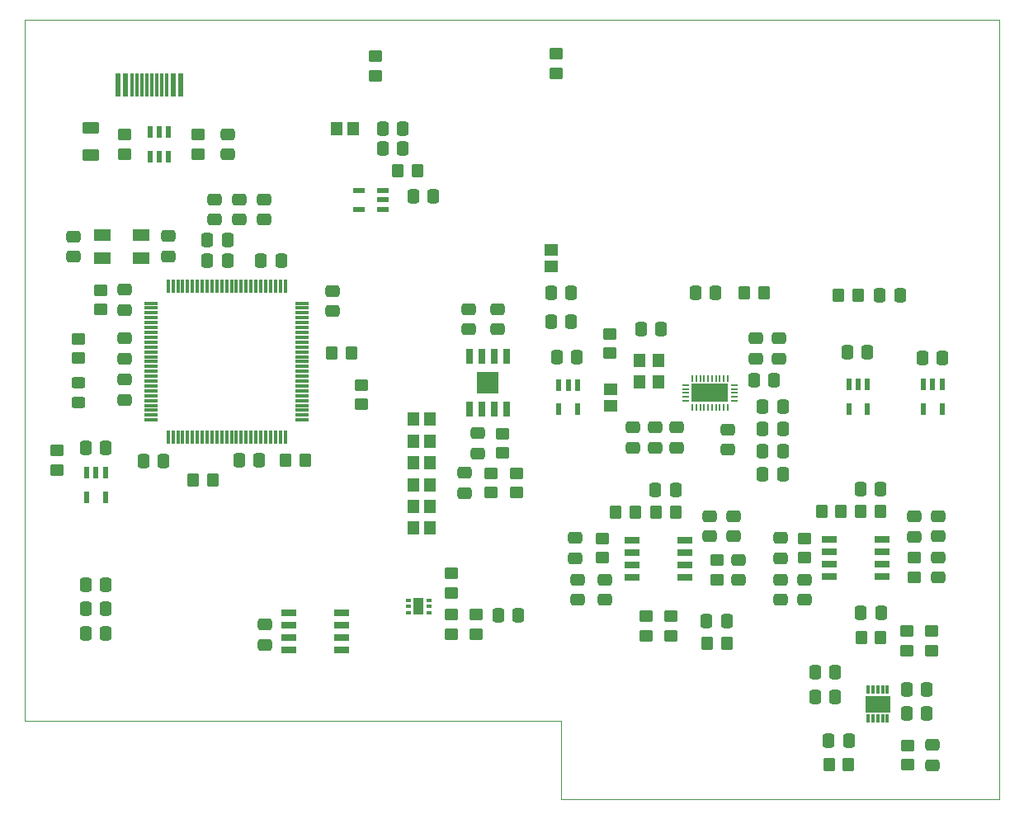
<source format=gtp>
%TF.GenerationSoftware,KiCad,Pcbnew,(6.0.0)*%
%TF.CreationDate,2022-05-19T20:01:10-07:00*%
%TF.ProjectId,steDAC,73746544-4143-42e6-9b69-6361645f7063,rev?*%
%TF.SameCoordinates,Original*%
%TF.FileFunction,Paste,Top*%
%TF.FilePolarity,Positive*%
%FSLAX46Y46*%
G04 Gerber Fmt 4.6, Leading zero omitted, Abs format (unit mm)*
G04 Created by KiCad (PCBNEW (6.0.0)) date 2022-05-19 20:01:10*
%MOMM*%
%LPD*%
G01*
G04 APERTURE LIST*
G04 Aperture macros list*
%AMRoundRect*
0 Rectangle with rounded corners*
0 $1 Rounding radius*
0 $2 $3 $4 $5 $6 $7 $8 $9 X,Y pos of 4 corners*
0 Add a 4 corners polygon primitive as box body*
4,1,4,$2,$3,$4,$5,$6,$7,$8,$9,$2,$3,0*
0 Add four circle primitives for the rounded corners*
1,1,$1+$1,$2,$3*
1,1,$1+$1,$4,$5*
1,1,$1+$1,$6,$7*
1,1,$1+$1,$8,$9*
0 Add four rect primitives between the rounded corners*
20,1,$1+$1,$2,$3,$4,$5,0*
20,1,$1+$1,$4,$5,$6,$7,0*
20,1,$1+$1,$6,$7,$8,$9,0*
20,1,$1+$1,$8,$9,$2,$3,0*%
G04 Aperture macros list end*
%TA.AperFunction,Profile*%
%ADD10C,0.100000*%
%TD*%
%ADD11RoundRect,0.250000X0.337500X0.475000X-0.337500X0.475000X-0.337500X-0.475000X0.337500X-0.475000X0*%
%ADD12RoundRect,0.250000X-0.350000X-0.450000X0.350000X-0.450000X0.350000X0.450000X-0.350000X0.450000X0*%
%ADD13RoundRect,0.250000X-0.475000X0.337500X-0.475000X-0.337500X0.475000X-0.337500X0.475000X0.337500X0*%
%ADD14R,0.600000X0.350000*%
%ADD15R,1.100000X1.700000*%
%ADD16RoundRect,0.250000X0.350000X0.450000X-0.350000X0.450000X-0.350000X-0.450000X0.350000X-0.450000X0*%
%ADD17RoundRect,0.250000X-0.450000X0.350000X-0.450000X-0.350000X0.450000X-0.350000X0.450000X0.350000X0*%
%ADD18R,1.800000X1.200000*%
%ADD19RoundRect,0.250000X-0.337500X-0.475000X0.337500X-0.475000X0.337500X0.475000X-0.337500X0.475000X0*%
%ADD20RoundRect,0.250000X0.450000X-0.350000X0.450000X0.350000X-0.450000X0.350000X-0.450000X-0.350000X0*%
%ADD21R,1.200000X1.400000*%
%ADD22RoundRect,0.250000X0.475000X-0.337500X0.475000X0.337500X-0.475000X0.337500X-0.475000X-0.337500X0*%
%ADD23R,1.528000X0.650000*%
%ADD24R,0.600000X1.150000*%
%ADD25R,1.526000X0.650000*%
%ADD26R,1.400000X1.200000*%
%ADD27R,1.475000X0.300000*%
%ADD28R,0.300000X1.475000*%
%ADD29R,0.600000X2.450000*%
%ADD30R,0.300000X2.450000*%
%ADD31RoundRect,0.250000X0.450000X-0.325000X0.450000X0.325000X-0.450000X0.325000X-0.450000X-0.325000X0*%
%ADD32R,1.150000X0.600000*%
%ADD33R,0.200000X0.750000*%
%ADD34R,0.750000X0.200000*%
%ADD35R,3.850000X1.850000*%
%ADD36R,0.650000X1.525000*%
%ADD37R,2.290000X2.290000*%
%ADD38RoundRect,0.250000X-0.625000X0.375000X-0.625000X-0.375000X0.625000X-0.375000X0.625000X0.375000X0*%
%ADD39R,0.300000X0.850000*%
%ADD40R,2.500000X1.750000*%
G04 APERTURE END LIST*
D10*
X87912500Y-54650000D02*
X87912500Y-126650000D01*
X142912500Y-134650000D02*
X187912500Y-134650000D01*
X187912500Y-134650000D02*
X187912500Y-124650000D01*
X187912500Y-124650000D02*
X187912500Y-54650000D01*
X142912500Y-126650000D02*
X87912500Y-126650000D01*
X142912500Y-134650000D02*
X142912500Y-126650000D01*
X187912500Y-54650000D02*
X87912500Y-54650000D01*
D11*
X174350000Y-88750000D03*
X172275000Y-88750000D03*
D12*
X171412500Y-82900000D03*
X173412500Y-82900000D03*
D11*
X158800000Y-82700000D03*
X156725000Y-82700000D03*
D13*
X144412500Y-107862500D03*
X144412500Y-109937500D03*
D14*
X129350000Y-115525000D03*
X129350000Y-114875000D03*
X129350000Y-114225000D03*
X127250000Y-114225000D03*
X127250000Y-114875000D03*
X127250000Y-115525000D03*
D15*
X128300000Y-114875000D03*
D11*
X154700000Y-102900000D03*
X152625000Y-102900000D03*
D13*
X160012500Y-96712500D03*
X160012500Y-98787500D03*
D16*
X150562500Y-105200000D03*
X148562500Y-105200000D03*
D17*
X147162500Y-107900000D03*
X147162500Y-109900000D03*
D16*
X154662500Y-105200000D03*
X152662500Y-105200000D03*
D18*
X99862500Y-76750000D03*
X95862500Y-76750000D03*
X95862500Y-79150000D03*
X99862500Y-79150000D03*
D19*
X163625000Y-94400000D03*
X165700000Y-94400000D03*
D20*
X158912500Y-112150000D03*
X158912500Y-110150000D03*
X142412500Y-60150000D03*
X142412500Y-58150000D03*
D17*
X138400000Y-101200000D03*
X138400000Y-103200000D03*
D21*
X127812500Y-95650000D03*
X129512500Y-95650000D03*
D22*
X133000000Y-103237500D03*
X133000000Y-101162500D03*
D13*
X158162500Y-105612500D03*
X158162500Y-107687500D03*
D23*
X150240500Y-108050000D03*
X150240500Y-109320000D03*
X150240500Y-110590000D03*
X150240500Y-111860000D03*
X155662500Y-111860000D03*
X155662500Y-110590000D03*
X155662500Y-109320000D03*
X155662500Y-108050000D03*
D22*
X181012500Y-131187500D03*
X181012500Y-129112500D03*
D16*
X171662500Y-105150000D03*
X169662500Y-105150000D03*
D21*
X127812500Y-102400000D03*
X129512500Y-102400000D03*
D22*
X181662500Y-111937500D03*
X181662500Y-109862500D03*
D20*
X154162500Y-117900000D03*
X154162500Y-115900000D03*
D21*
X127812500Y-97900000D03*
X129512500Y-97900000D03*
D24*
X182012500Y-92100000D03*
X181062500Y-92100000D03*
X180112500Y-92100000D03*
X180112500Y-94600000D03*
X182012500Y-94600000D03*
D20*
X179162500Y-111900000D03*
X179162500Y-109900000D03*
D25*
X120374500Y-119305000D03*
X120374500Y-118035000D03*
X120374500Y-116765000D03*
X120374500Y-115495000D03*
X114950500Y-115495000D03*
X114950500Y-116765000D03*
X114950500Y-118035000D03*
X114950500Y-119305000D03*
D21*
X127812500Y-106850000D03*
X129512500Y-106850000D03*
D22*
X98162500Y-93687500D03*
X98162500Y-91612500D03*
D26*
X148012500Y-92550000D03*
X148012500Y-94250000D03*
D13*
X181662500Y-105612500D03*
X181662500Y-107687500D03*
X152562500Y-96512500D03*
X152562500Y-98587500D03*
D22*
X112550000Y-118837500D03*
X112550000Y-116762500D03*
D27*
X100874500Y-83750000D03*
X100874500Y-84250000D03*
X100874500Y-84750000D03*
X100874500Y-85250000D03*
X100874500Y-85750000D03*
X100874500Y-86250000D03*
X100874500Y-86750000D03*
X100874500Y-87250000D03*
X100874500Y-87750000D03*
X100874500Y-88250000D03*
X100874500Y-88750000D03*
X100874500Y-89250000D03*
X100874500Y-89750000D03*
X100874500Y-90250000D03*
X100874500Y-90750000D03*
X100874500Y-91250000D03*
X100874500Y-91750000D03*
X100874500Y-92250000D03*
X100874500Y-92750000D03*
X100874500Y-93250000D03*
X100874500Y-93750000D03*
X100874500Y-94250000D03*
X100874500Y-94750000D03*
X100874500Y-95250000D03*
X100874500Y-95750000D03*
D28*
X102612500Y-97488000D03*
X103112500Y-97488000D03*
X103612500Y-97488000D03*
X104112500Y-97488000D03*
X104612500Y-97488000D03*
X105112500Y-97488000D03*
X105612500Y-97488000D03*
X106112500Y-97488000D03*
X106612500Y-97488000D03*
X107112500Y-97488000D03*
X107612500Y-97488000D03*
X108112500Y-97488000D03*
X108612500Y-97488000D03*
X109112500Y-97488000D03*
X109612500Y-97488000D03*
X110112500Y-97488000D03*
X110612500Y-97488000D03*
X111112500Y-97488000D03*
X111612500Y-97488000D03*
X112112500Y-97488000D03*
X112612500Y-97488000D03*
X113112500Y-97488000D03*
X113612500Y-97488000D03*
X114112500Y-97488000D03*
X114612500Y-97488000D03*
D27*
X116350500Y-95750000D03*
X116350500Y-95250000D03*
X116350500Y-94750000D03*
X116350500Y-94250000D03*
X116350500Y-93750000D03*
X116350500Y-93250000D03*
X116350500Y-92750000D03*
X116350500Y-92250000D03*
X116350500Y-91750000D03*
X116350500Y-91250000D03*
X116350500Y-90750000D03*
X116350500Y-90250000D03*
X116350500Y-89750000D03*
X116350500Y-89250000D03*
X116350500Y-88750000D03*
X116350500Y-88250000D03*
X116350500Y-87750000D03*
X116350500Y-87250000D03*
X116350500Y-86750000D03*
X116350500Y-86250000D03*
X116350500Y-85750000D03*
X116350500Y-85250000D03*
X116350500Y-84750000D03*
X116350500Y-84250000D03*
X116350500Y-83750000D03*
D28*
X114612500Y-82012000D03*
X114112500Y-82012000D03*
X113612500Y-82012000D03*
X113112500Y-82012000D03*
X112612500Y-82012000D03*
X112112500Y-82012000D03*
X111612500Y-82012000D03*
X111112500Y-82012000D03*
X110612500Y-82012000D03*
X110112500Y-82012000D03*
X109612500Y-82012000D03*
X109112500Y-82012000D03*
X108612500Y-82012000D03*
X108112500Y-82012000D03*
X107612500Y-82012000D03*
X107112500Y-82012000D03*
X106612500Y-82012000D03*
X106112500Y-82012000D03*
X105612500Y-82012000D03*
X105112500Y-82012000D03*
X104612500Y-82012000D03*
X104112500Y-82012000D03*
X103612500Y-82012000D03*
X103112500Y-82012000D03*
X102612500Y-82012000D03*
D16*
X175662500Y-105150000D03*
X173662500Y-105150000D03*
D29*
X103912500Y-61310000D03*
X103137500Y-61310000D03*
D30*
X102437500Y-61310000D03*
X101937500Y-61310000D03*
X101437500Y-61310000D03*
X100937500Y-61310000D03*
X100437500Y-61310000D03*
X99937500Y-61310000D03*
X99437500Y-61310000D03*
X98937500Y-61310000D03*
D29*
X98237500Y-61310000D03*
X97462500Y-61310000D03*
D13*
X179162500Y-105652500D03*
X179162500Y-107727500D03*
D11*
X108700000Y-77250000D03*
X106625000Y-77250000D03*
D13*
X154812500Y-96512500D03*
X154812500Y-98587500D03*
D19*
X151125000Y-86400000D03*
X153200000Y-86400000D03*
D12*
X126162500Y-70150000D03*
X128162500Y-70150000D03*
D22*
X92862500Y-78987500D03*
X92862500Y-76912500D03*
D31*
X93412500Y-93925000D03*
X93412500Y-91875000D03*
D20*
X178512500Y-131150000D03*
X178512500Y-129150000D03*
D17*
X131700000Y-111500000D03*
X131700000Y-113500000D03*
D22*
X119512500Y-84587500D03*
X119512500Y-82512500D03*
D19*
X112125000Y-79400000D03*
X114200000Y-79400000D03*
D22*
X112412500Y-75187500D03*
X112412500Y-73112500D03*
D11*
X180450000Y-125900000D03*
X178375000Y-125900000D03*
D21*
X127812500Y-100150000D03*
X129512500Y-100150000D03*
D17*
X178412500Y-117400000D03*
X178412500Y-119400000D03*
D19*
X141875000Y-85650000D03*
X143950000Y-85650000D03*
D16*
X107162500Y-101900000D03*
X105162500Y-101900000D03*
D23*
X175873500Y-111805000D03*
X175873500Y-110535000D03*
X175873500Y-109265000D03*
X175873500Y-107995000D03*
X170451500Y-107995000D03*
X170451500Y-109265000D03*
X170451500Y-110535000D03*
X170451500Y-111805000D03*
D22*
X165412500Y-114187500D03*
X165412500Y-112112500D03*
D17*
X135700000Y-101200000D03*
X135700000Y-103200000D03*
D16*
X163762500Y-82700000D03*
X161762500Y-82700000D03*
D17*
X147912500Y-86900000D03*
X147912500Y-88900000D03*
D13*
X150312500Y-96512500D03*
X150312500Y-98587500D03*
D11*
X180450000Y-123400000D03*
X178375000Y-123400000D03*
D17*
X98162500Y-66455000D03*
X98162500Y-68455000D03*
D22*
X108687500Y-68492500D03*
X108687500Y-66417500D03*
D17*
X123912500Y-58400000D03*
X123912500Y-60400000D03*
D12*
X114662500Y-99900000D03*
X116662500Y-99900000D03*
D17*
X131650000Y-115700000D03*
X131650000Y-117700000D03*
D21*
X119862500Y-65850000D03*
X121562500Y-65850000D03*
D17*
X167912500Y-107900000D03*
X167912500Y-109900000D03*
D22*
X134412500Y-99187500D03*
X134412500Y-97112500D03*
D11*
X126700000Y-67900000D03*
X124625000Y-67900000D03*
D22*
X161162500Y-112187500D03*
X161162500Y-110112500D03*
X165262500Y-89450000D03*
X165262500Y-87375000D03*
D26*
X141912500Y-78300000D03*
X141912500Y-80000000D03*
D13*
X165412500Y-107862500D03*
X165412500Y-109937500D03*
D19*
X162725000Y-91700000D03*
X164800000Y-91700000D03*
D16*
X159912500Y-118650000D03*
X157912500Y-118650000D03*
D17*
X105687500Y-66455000D03*
X105687500Y-68455000D03*
D24*
X96162500Y-101150000D03*
X95212500Y-101150000D03*
X94262500Y-101150000D03*
X94262500Y-103650000D03*
X96162500Y-103650000D03*
D20*
X151662500Y-117900000D03*
X151662500Y-115900000D03*
D11*
X96200000Y-117650000D03*
X94125000Y-117650000D03*
D20*
X180912500Y-119400000D03*
X180912500Y-117400000D03*
D22*
X107412500Y-75187500D03*
X107412500Y-73112500D03*
D19*
X175625000Y-82900000D03*
X177700000Y-82900000D03*
D32*
X124662500Y-74100000D03*
X124662500Y-73150000D03*
X124662500Y-72200000D03*
X122162500Y-72200000D03*
X122162500Y-74100000D03*
D22*
X167912500Y-114187500D03*
X167912500Y-112112500D03*
D16*
X175712500Y-118050000D03*
X173712500Y-118050000D03*
D13*
X160662500Y-105612500D03*
X160662500Y-107687500D03*
D24*
X144612500Y-92150000D03*
X143662500Y-92150000D03*
X142712500Y-92150000D03*
X142712500Y-94650000D03*
X144612500Y-94650000D03*
D13*
X98162500Y-82362500D03*
X98162500Y-84437500D03*
D22*
X144662500Y-114187500D03*
X144662500Y-112112500D03*
D17*
X136912500Y-97150000D03*
X136912500Y-99150000D03*
D22*
X133412500Y-86437500D03*
X133412500Y-84362500D03*
D19*
X109875000Y-99900000D03*
X111950000Y-99900000D03*
D33*
X156412500Y-94450000D03*
X156812500Y-94450000D03*
X157212500Y-94450000D03*
X157612500Y-94450000D03*
X158012500Y-94450000D03*
X158412500Y-94450000D03*
X158812500Y-94450000D03*
X159212500Y-94450000D03*
X159612500Y-94450000D03*
X160012500Y-94450000D03*
D34*
X160712500Y-93750000D03*
X160712500Y-93350000D03*
X160712500Y-92950000D03*
X160712500Y-92550000D03*
X160712500Y-92150000D03*
D33*
X160012500Y-91450000D03*
X159612500Y-91450000D03*
X159212500Y-91450000D03*
X158812500Y-91450000D03*
X158412500Y-91450000D03*
X158012500Y-91450000D03*
X157612500Y-91450000D03*
X157212500Y-91450000D03*
X156812500Y-91450000D03*
X156412500Y-91450000D03*
D34*
X155712500Y-92150000D03*
X155712500Y-92550000D03*
X155712500Y-92950000D03*
X155712500Y-93350000D03*
X155712500Y-93750000D03*
D35*
X158212500Y-92950000D03*
D11*
X144550000Y-89250000D03*
X142475000Y-89250000D03*
X182050000Y-89400000D03*
X179975000Y-89400000D03*
D17*
X122412500Y-92150000D03*
X122412500Y-94150000D03*
D22*
X109912500Y-75187500D03*
X109912500Y-73112500D03*
D16*
X121412500Y-88900000D03*
X119412500Y-88900000D03*
D19*
X163625000Y-98950000D03*
X165700000Y-98950000D03*
D22*
X147412500Y-114187500D03*
X147412500Y-112112500D03*
D17*
X93412500Y-87400000D03*
X93412500Y-89400000D03*
D11*
X102150000Y-99950000D03*
X100075000Y-99950000D03*
D22*
X162912500Y-89437500D03*
X162912500Y-87362500D03*
D11*
X175700000Y-102850000D03*
X173625000Y-102850000D03*
X96200000Y-112650000D03*
X94125000Y-112650000D03*
D36*
X133507500Y-94612000D03*
X134777500Y-94612000D03*
X136047500Y-94612000D03*
X137317500Y-94612000D03*
X137317500Y-89188000D03*
X136047500Y-89188000D03*
X134777500Y-89188000D03*
X133507500Y-89188000D03*
D37*
X135412500Y-91900000D03*
D11*
X96200000Y-115150000D03*
X94125000Y-115150000D03*
D19*
X163625000Y-96650000D03*
X165700000Y-96650000D03*
X173675000Y-115550000D03*
X175750000Y-115550000D03*
X127775000Y-72750000D03*
X129850000Y-72750000D03*
D24*
X102637500Y-66205000D03*
X101687500Y-66205000D03*
X100737500Y-66205000D03*
X100737500Y-68705000D03*
X101687500Y-68705000D03*
X102637500Y-68705000D03*
D19*
X168975000Y-121650000D03*
X171050000Y-121650000D03*
D13*
X98162500Y-87362500D03*
X98162500Y-89437500D03*
D17*
X95662500Y-82400000D03*
X95662500Y-84400000D03*
D19*
X163625000Y-101350000D03*
X165700000Y-101350000D03*
D11*
X96200000Y-98600000D03*
X94125000Y-98600000D03*
X172450000Y-128650000D03*
X170375000Y-128650000D03*
D19*
X168975000Y-124150000D03*
X171050000Y-124150000D03*
D38*
X94687500Y-65750000D03*
X94687500Y-68550000D03*
D22*
X136412500Y-86437500D03*
X136412500Y-84362500D03*
D11*
X108700000Y-79400000D03*
X106625000Y-79400000D03*
D20*
X91212500Y-100850000D03*
X91212500Y-98850000D03*
D11*
X138537500Y-115800000D03*
X136462500Y-115800000D03*
D13*
X102662500Y-76862500D03*
X102662500Y-78937500D03*
D39*
X176412500Y-123400000D03*
X175912500Y-123400000D03*
X175412500Y-123400000D03*
X174912500Y-123400000D03*
X174412500Y-123400000D03*
X174412500Y-126400000D03*
X174912500Y-126400000D03*
X175412500Y-126400000D03*
X175912500Y-126400000D03*
X176412500Y-126400000D03*
D40*
X175412500Y-124900000D03*
D21*
X151012500Y-89600000D03*
X151012500Y-91800000D03*
X152912500Y-91800000D03*
X152912500Y-89600000D03*
D11*
X143950000Y-82650000D03*
X141875000Y-82650000D03*
D20*
X134200000Y-117700000D03*
X134200000Y-115700000D03*
D24*
X174362500Y-92100000D03*
X173412500Y-92100000D03*
X172462500Y-92100000D03*
X172462500Y-94600000D03*
X174362500Y-94600000D03*
D19*
X157875000Y-116400000D03*
X159950000Y-116400000D03*
D21*
X127812500Y-104600000D03*
X129512500Y-104600000D03*
D16*
X172412500Y-131150000D03*
X170412500Y-131150000D03*
D19*
X124625000Y-65850000D03*
X126700000Y-65850000D03*
M02*

</source>
